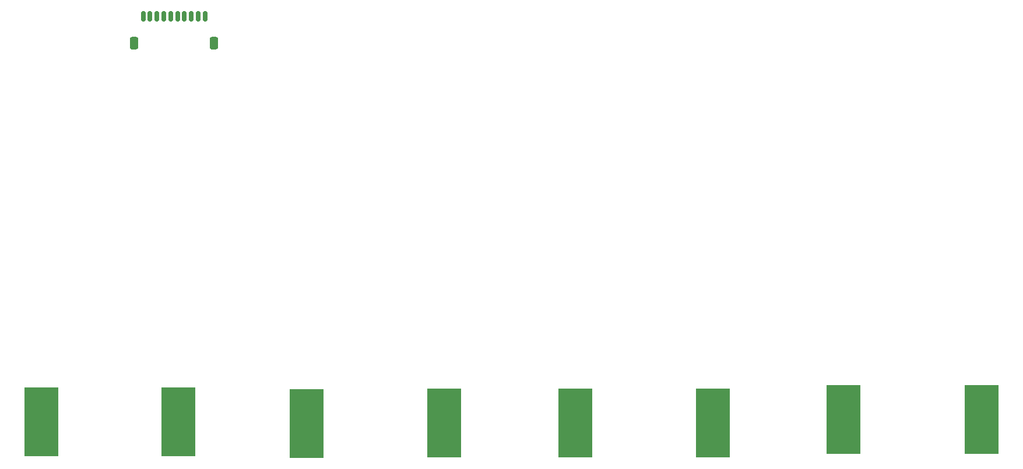
<source format=gbr>
%TF.GenerationSoftware,KiCad,Pcbnew,(6.0.4)*%
%TF.CreationDate,2022-07-25T16:23:06+02:00*%
%TF.ProjectId,MHS_Mobile_Hardware_Sampler_V3,4d48535f-4d6f-4626-996c-655f48617264,rev?*%
%TF.SameCoordinates,Original*%
%TF.FileFunction,Paste,Top*%
%TF.FilePolarity,Positive*%
%FSLAX46Y46*%
G04 Gerber Fmt 4.6, Leading zero omitted, Abs format (unit mm)*
G04 Created by KiCad (PCBNEW (6.0.4)) date 2022-07-25 16:23:06*
%MOMM*%
%LPD*%
G01*
G04 APERTURE LIST*
G04 Aperture macros list*
%AMRoundRect*
0 Rectangle with rounded corners*
0 $1 Rounding radius*
0 $2 $3 $4 $5 $6 $7 $8 $9 X,Y pos of 4 corners*
0 Add a 4 corners polygon primitive as box body*
4,1,4,$2,$3,$4,$5,$6,$7,$8,$9,$2,$3,0*
0 Add four circle primitives for the rounded corners*
1,1,$1+$1,$2,$3*
1,1,$1+$1,$4,$5*
1,1,$1+$1,$6,$7*
1,1,$1+$1,$8,$9*
0 Add four rect primitives between the rounded corners*
20,1,$1+$1,$2,$3,$4,$5,0*
20,1,$1+$1,$4,$5,$6,$7,0*
20,1,$1+$1,$6,$7,$8,$9,0*
20,1,$1+$1,$8,$9,$2,$3,0*%
G04 Aperture macros list end*
%ADD10R,5.000000X10.000000*%
%ADD11RoundRect,0.150000X-0.150000X-0.625000X0.150000X-0.625000X0.150000X0.625000X-0.150000X0.625000X0*%
%ADD12RoundRect,0.250000X-0.350000X-0.650000X0.350000X-0.650000X0.350000X0.650000X-0.350000X0.650000X0*%
G04 APERTURE END LIST*
D10*
%TO.C,H13*%
X151000000Y-115600000D03*
%TD*%
%TO.C,H14*%
X190000000Y-115100000D03*
%TD*%
%TO.C,H5V1*%
X53500000Y-115500000D03*
%TD*%
%TO.C,H12*%
X112000000Y-115600000D03*
%TD*%
%TO.C,H5V3*%
X131000000Y-115600000D03*
%TD*%
%TO.C,H11*%
X73400000Y-115500000D03*
%TD*%
D11*
%TO.C,JST_TEENSY_5*%
X68250000Y-56530000D03*
X69250000Y-56530000D03*
X70250000Y-56530000D03*
X71250000Y-56530000D03*
X72250000Y-56530000D03*
X73250000Y-56530000D03*
X74250000Y-56530000D03*
X75250000Y-56530000D03*
X76250000Y-56530000D03*
X77250000Y-56530000D03*
D12*
X66950000Y-60405000D03*
X78550000Y-60405000D03*
%TD*%
D10*
%TO.C,H5V2*%
X92000000Y-115700000D03*
%TD*%
%TO.C,H5V4*%
X170000000Y-115100000D03*
%TD*%
M02*

</source>
